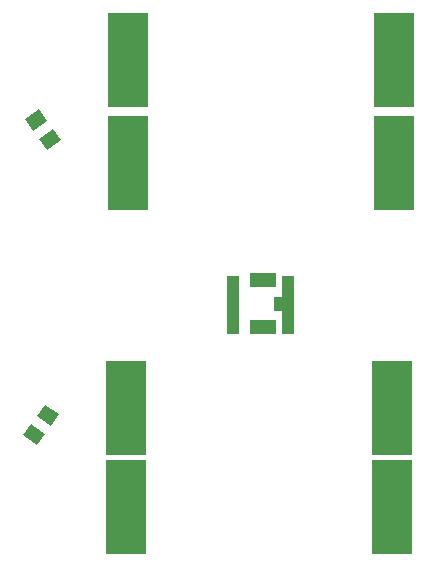
<source format=gtp>
G04 Layer: TopPasteMaskLayer*
G04 EasyEDA v6.3.22, 2020-01-22T11:07:26+01:00*
G04 244eb897874448418918cfb691dafd7b,6ac03ef627a24f5ab7c901ca926ad83b,10*
G04 Gerber Generator version 0.2*
G04 Scale: 100 percent, Rotated: No, Reflected: No *
G04 Dimensions in millimeters *
G04 leading zeros omitted , absolute positions ,3 integer and 3 decimal *
%FSLAX33Y33*%
%MOMM*%
G90*
G71D02*

%ADD16R,0.999998X4.999990*%
%ADD17R,3.499993X8.000009*%
%ADD18R,2.199996X1.199896*%
%ADD19R,1.299997X1.299997*%

%LPD*%
G54D16*
G01X20649Y24969D03*
G01X25297Y24912D03*
G54D17*
G01X11809Y45659D03*
G01X34309Y45659D03*
G01X11819Y36929D03*
G01X34319Y36929D03*
G01X11590Y7810D03*
G01X34089Y7810D03*
G01X11590Y16240D03*
G01X34089Y16240D03*
G54D18*
G01X23189Y23050D03*
G54D19*
G01X24739Y25049D03*
G54D18*
G01X23189Y27050D03*
G36*
G01X2897Y13886D02*
G01X3563Y14836D01*
G01X4751Y14004D01*
G01X4085Y13054D01*
G01X2897Y13886D01*
G37*
G36*
G01X4063Y15550D02*
G01X4728Y16501D01*
G01X5916Y15669D01*
G01X5251Y14719D01*
G01X4063Y15550D01*
G37*
G36*
G01X4878Y38039D02*
G01X4213Y38989D01*
G01X5401Y39820D01*
G01X6066Y38870D01*
G01X4878Y38039D01*
G37*
G36*
G01X3713Y39703D02*
G01X3047Y40653D01*
G01X4235Y41485D01*
G01X4901Y40535D01*
G01X3713Y39703D01*
G37*
M00*
M02*

</source>
